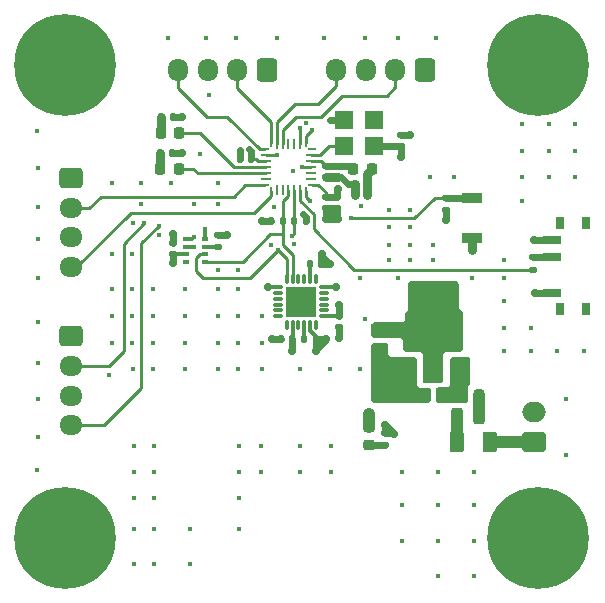
<source format=gbr>
%TF.GenerationSoftware,KiCad,Pcbnew,(6.0.7)*%
%TF.CreationDate,2023-04-20T13:52:41+01:00*%
%TF.ProjectId,BaroAxel_Brain,4261726f-4178-4656-9c5f-427261696e2e,1.0*%
%TF.SameCoordinates,Original*%
%TF.FileFunction,Copper,L1,Top*%
%TF.FilePolarity,Positive*%
%FSLAX46Y46*%
G04 Gerber Fmt 4.6, Leading zero omitted, Abs format (unit mm)*
G04 Created by KiCad (PCBNEW (6.0.7)) date 2023-04-20 13:52:41*
%MOMM*%
%LPD*%
G01*
G04 APERTURE LIST*
G04 Aperture macros list*
%AMRoundRect*
0 Rectangle with rounded corners*
0 $1 Rounding radius*
0 $2 $3 $4 $5 $6 $7 $8 $9 X,Y pos of 4 corners*
0 Add a 4 corners polygon primitive as box body*
4,1,4,$2,$3,$4,$5,$6,$7,$8,$9,$2,$3,0*
0 Add four circle primitives for the rounded corners*
1,1,$1+$1,$2,$3*
1,1,$1+$1,$4,$5*
1,1,$1+$1,$6,$7*
1,1,$1+$1,$8,$9*
0 Add four rect primitives between the rounded corners*
20,1,$1+$1,$2,$3,$4,$5,0*
20,1,$1+$1,$4,$5,$6,$7,0*
20,1,$1+$1,$6,$7,$8,$9,0*
20,1,$1+$1,$8,$9,$2,$3,0*%
%AMOutline4P*
0 Free polygon, 4 corners , with rotation*
0 The origin of the aperture is its center*
0 number of corners: always 4*
0 $1 to $8 corner X, Y*
0 $9 Rotation angle, in degrees counterclockwise*
0 create outline with 4 corners*
4,1,4,$1,$2,$3,$4,$5,$6,$7,$8,$1,$2,$9*%
%AMFreePoly0*
4,1,14,0.230680,0.111820,0.364320,-0.021821,0.377500,-0.053642,0.377500,-0.080000,0.364320,-0.111820,0.332500,-0.125000,-0.332500,-0.125000,-0.364320,-0.111820,-0.377500,-0.080000,-0.377500,0.080000,-0.364320,0.111820,-0.332500,0.125000,0.198860,0.125000,0.230680,0.111820,0.230680,0.111820,$1*%
%AMFreePoly1*
4,1,14,0.364320,0.111820,0.377500,0.080000,0.377501,0.053640,0.364318,0.021819,0.230680,-0.111820,0.198860,-0.125000,-0.332500,-0.125000,-0.364320,-0.111820,-0.377500,-0.080000,-0.377500,0.080000,-0.364320,0.111820,-0.332500,0.125000,0.332500,0.125000,0.364320,0.111820,0.364320,0.111820,$1*%
%AMFreePoly2*
4,1,15,0.053642,0.377500,0.080000,0.377500,0.111820,0.364320,0.125000,0.332500,0.125000,-0.332500,0.111820,-0.364320,0.080000,-0.377500,-0.080000,-0.377500,-0.111820,-0.364320,-0.125000,-0.332500,-0.125000,0.198860,-0.111820,0.230680,0.021820,0.364320,0.053640,0.377501,0.053642,0.377500,0.053642,0.377500,$1*%
%AMFreePoly3*
4,1,14,-0.021820,0.364320,0.111820,0.230679,0.125000,0.198858,0.125000,-0.332500,0.111820,-0.364320,0.080000,-0.377500,-0.080000,-0.377500,-0.111820,-0.364320,-0.125000,-0.332500,-0.125000,0.332500,-0.111820,0.364320,-0.080000,0.377500,-0.053640,0.377500,-0.021820,0.364320,-0.021820,0.364320,$1*%
%AMFreePoly4*
4,1,14,0.364320,0.111820,0.377500,0.080000,0.377500,-0.080000,0.364320,-0.111820,0.332500,-0.125000,-0.198860,-0.125001,-0.230681,-0.111818,-0.364320,0.021820,-0.377500,0.053640,-0.377500,0.080000,-0.364320,0.111820,-0.332500,0.125000,0.332500,0.125000,0.364320,0.111820,0.364320,0.111820,$1*%
%AMFreePoly5*
4,1,15,-0.198858,0.125000,0.332500,0.125000,0.364320,0.111820,0.377500,0.080000,0.377500,-0.080000,0.364320,-0.111820,0.332500,-0.125000,-0.332500,-0.125000,-0.364320,-0.111820,-0.377500,-0.080000,-0.377500,-0.053640,-0.364320,-0.021820,-0.230680,0.111820,-0.198860,0.125001,-0.198858,0.125000,-0.198858,0.125000,$1*%
%AMFreePoly6*
4,1,14,0.111820,0.364320,0.125000,0.332500,0.125001,-0.198860,0.111818,-0.230681,-0.021820,-0.364320,-0.053640,-0.377500,-0.080000,-0.377500,-0.111820,-0.364320,-0.125000,-0.332500,-0.125000,0.332500,-0.111820,0.364320,-0.080000,0.377500,0.080000,0.377500,0.111820,0.364320,0.111820,0.364320,$1*%
%AMFreePoly7*
4,1,14,0.111820,0.364320,0.125000,0.332500,0.125000,-0.332500,0.111820,-0.364320,0.080000,-0.377500,0.053640,-0.377501,0.021819,-0.364318,-0.111820,-0.230680,-0.125000,-0.198860,-0.125000,0.332500,-0.111820,0.364320,-0.080000,0.377500,0.080000,0.377500,0.111820,0.364320,0.111820,0.364320,$1*%
G04 Aperture macros list end*
%TA.AperFunction,ComponentPad*%
%ADD10RoundRect,0.250000X-0.725000X0.600000X-0.725000X-0.600000X0.725000X-0.600000X0.725000X0.600000X0*%
%TD*%
%TA.AperFunction,ComponentPad*%
%ADD11O,1.950000X1.700000*%
%TD*%
%TA.AperFunction,SMDPad,CuDef*%
%ADD12RoundRect,0.135000X0.135000X0.185000X-0.135000X0.185000X-0.135000X-0.185000X0.135000X-0.185000X0*%
%TD*%
%TA.AperFunction,SMDPad,CuDef*%
%ADD13FreePoly0,180.000000*%
%TD*%
%TA.AperFunction,SMDPad,CuDef*%
%ADD14RoundRect,0.062500X0.375000X0.062500X-0.375000X0.062500X-0.375000X-0.062500X0.375000X-0.062500X0*%
%TD*%
%TA.AperFunction,SMDPad,CuDef*%
%ADD15FreePoly1,180.000000*%
%TD*%
%TA.AperFunction,SMDPad,CuDef*%
%ADD16FreePoly2,180.000000*%
%TD*%
%TA.AperFunction,SMDPad,CuDef*%
%ADD17RoundRect,0.062500X0.062500X0.375000X-0.062500X0.375000X-0.062500X-0.375000X0.062500X-0.375000X0*%
%TD*%
%TA.AperFunction,SMDPad,CuDef*%
%ADD18FreePoly3,180.000000*%
%TD*%
%TA.AperFunction,SMDPad,CuDef*%
%ADD19FreePoly4,180.000000*%
%TD*%
%TA.AperFunction,SMDPad,CuDef*%
%ADD20FreePoly5,180.000000*%
%TD*%
%TA.AperFunction,SMDPad,CuDef*%
%ADD21FreePoly6,180.000000*%
%TD*%
%TA.AperFunction,SMDPad,CuDef*%
%ADD22FreePoly7,180.000000*%
%TD*%
%TA.AperFunction,SMDPad,CuDef*%
%ADD23RoundRect,0.140000X-0.140000X-0.170000X0.140000X-0.170000X0.140000X0.170000X-0.140000X0.170000X0*%
%TD*%
%TA.AperFunction,SMDPad,CuDef*%
%ADD24RoundRect,0.135000X-0.185000X0.135000X-0.185000X-0.135000X0.185000X-0.135000X0.185000X0.135000X0*%
%TD*%
%TA.AperFunction,SMDPad,CuDef*%
%ADD25R,0.500000X0.350000*%
%TD*%
%TA.AperFunction,SMDPad,CuDef*%
%ADD26RoundRect,0.140000X0.140000X0.170000X-0.140000X0.170000X-0.140000X-0.170000X0.140000X-0.170000X0*%
%TD*%
%TA.AperFunction,SMDPad,CuDef*%
%ADD27RoundRect,0.250000X-0.375000X-0.625000X0.375000X-0.625000X0.375000X0.625000X-0.375000X0.625000X0*%
%TD*%
%TA.AperFunction,SMDPad,CuDef*%
%ADD28RoundRect,0.075000X-0.350000X-0.075000X0.350000X-0.075000X0.350000X0.075000X-0.350000X0.075000X0*%
%TD*%
%TA.AperFunction,SMDPad,CuDef*%
%ADD29Outline4P,-1.250000X-1.250000X1.250000X-1.250000X1.250000X1.250000X-1.250000X1.250000X0.000000*%
%TD*%
%TA.AperFunction,SMDPad,CuDef*%
%ADD30RoundRect,0.075000X0.075000X-0.350000X0.075000X0.350000X-0.075000X0.350000X-0.075000X-0.350000X0*%
%TD*%
%TA.AperFunction,SMDPad,CuDef*%
%ADD31R,1.700000X0.900000*%
%TD*%
%TA.AperFunction,ComponentPad*%
%ADD32RoundRect,0.250000X0.600000X0.725000X-0.600000X0.725000X-0.600000X-0.725000X0.600000X-0.725000X0*%
%TD*%
%TA.AperFunction,ComponentPad*%
%ADD33O,1.700000X1.950000*%
%TD*%
%TA.AperFunction,SMDPad,CuDef*%
%ADD34R,1.600000X1.500000*%
%TD*%
%TA.AperFunction,SMDPad,CuDef*%
%ADD35RoundRect,0.140000X0.170000X-0.140000X0.170000X0.140000X-0.170000X0.140000X-0.170000X-0.140000X0*%
%TD*%
%TA.AperFunction,SMDPad,CuDef*%
%ADD36RoundRect,0.135000X0.185000X-0.135000X0.185000X0.135000X-0.185000X0.135000X-0.185000X-0.135000X0*%
%TD*%
%TA.AperFunction,ComponentPad*%
%ADD37C,0.900000*%
%TD*%
%TA.AperFunction,ComponentPad*%
%ADD38C,8.600000*%
%TD*%
%TA.AperFunction,SMDPad,CuDef*%
%ADD39RoundRect,0.218750X-0.218750X-0.256250X0.218750X-0.256250X0.218750X0.256250X-0.218750X0.256250X0*%
%TD*%
%TA.AperFunction,SMDPad,CuDef*%
%ADD40RoundRect,0.225000X0.225000X0.250000X-0.225000X0.250000X-0.225000X-0.250000X0.225000X-0.250000X0*%
%TD*%
%TA.AperFunction,SMDPad,CuDef*%
%ADD41RoundRect,0.140000X-0.170000X0.140000X-0.170000X-0.140000X0.170000X-0.140000X0.170000X0.140000X0*%
%TD*%
%TA.AperFunction,SMDPad,CuDef*%
%ADD42R,0.800000X1.000000*%
%TD*%
%TA.AperFunction,SMDPad,CuDef*%
%ADD43R,1.500000X0.700000*%
%TD*%
%TA.AperFunction,SMDPad,CuDef*%
%ADD44RoundRect,0.225000X-0.250000X0.225000X-0.250000X-0.225000X0.250000X-0.225000X0.250000X0.225000X0*%
%TD*%
%TA.AperFunction,ComponentPad*%
%ADD45RoundRect,0.250000X0.750000X-0.600000X0.750000X0.600000X-0.750000X0.600000X-0.750000X-0.600000X0*%
%TD*%
%TA.AperFunction,ComponentPad*%
%ADD46O,2.000000X1.700000*%
%TD*%
%TA.AperFunction,SMDPad,CuDef*%
%ADD47RoundRect,0.135000X-0.135000X-0.185000X0.135000X-0.185000X0.135000X0.185000X-0.135000X0.185000X0*%
%TD*%
%TA.AperFunction,SMDPad,CuDef*%
%ADD48RoundRect,0.218750X0.218750X0.256250X-0.218750X0.256250X-0.218750X-0.256250X0.218750X-0.256250X0*%
%TD*%
%TA.AperFunction,SMDPad,CuDef*%
%ADD49RoundRect,0.218750X0.256250X-0.218750X0.256250X0.218750X-0.256250X0.218750X-0.256250X-0.218750X0*%
%TD*%
%TA.AperFunction,SMDPad,CuDef*%
%ADD50RoundRect,0.243750X-0.243750X-0.456250X0.243750X-0.456250X0.243750X0.456250X-0.243750X0.456250X0*%
%TD*%
%TA.AperFunction,SMDPad,CuDef*%
%ADD51R,1.500000X2.000000*%
%TD*%
%TA.AperFunction,SMDPad,CuDef*%
%ADD52R,3.800000X2.000000*%
%TD*%
%TA.AperFunction,ViaPad*%
%ADD53C,0.450000*%
%TD*%
%TA.AperFunction,ViaPad*%
%ADD54C,0.700000*%
%TD*%
%TA.AperFunction,Conductor*%
%ADD55C,0.560000*%
%TD*%
%TA.AperFunction,Conductor*%
%ADD56C,0.300000*%
%TD*%
%TA.AperFunction,Conductor*%
%ADD57C,0.800000*%
%TD*%
%TA.AperFunction,Conductor*%
%ADD58C,0.350000*%
%TD*%
%TA.AperFunction,Conductor*%
%ADD59C,0.250000*%
%TD*%
%TA.AperFunction,Conductor*%
%ADD60C,1.000000*%
%TD*%
G04 APERTURE END LIST*
D10*
%TO.P,J102,1,Pin_1*%
%TO.N,+3.3V*%
X128270000Y-106280000D03*
D11*
%TO.P,J102,2,Pin_2*%
%TO.N,/Microcontroller/SWDIO*%
X128270000Y-108780000D03*
%TO.P,J102,3,Pin_3*%
%TO.N,GND*%
X128270000Y-111280000D03*
%TO.P,J102,4,Pin_4*%
%TO.N,/Microcontroller/SWDCLK*%
X128270000Y-113780000D03*
%TD*%
D12*
%TO.P,R204,1*%
%TO.N,GND*%
X136890000Y-104130000D03*
%TO.P,R204,2*%
%TO.N,Net-(D202-Pad1)*%
X135870000Y-104130000D03*
%TD*%
D13*
%TO.P,U201,1,VDD*%
%TO.N,+3.3V*%
X148717500Y-106830000D03*
D14*
%TO.P,U201,2,PC14*%
%TO.N,unconnected-(U201-Pad2)*%
X148657500Y-106330000D03*
%TO.P,U201,3,PC15*%
%TO.N,unconnected-(U201-Pad3)*%
X148657500Y-105830000D03*
%TO.P,U201,4,NRST*%
%TO.N,/Microcontroller/NRST*%
X148657500Y-105330000D03*
%TO.P,U201,5,VDDA*%
%TO.N,+3.3VA*%
X148657500Y-104830000D03*
%TO.P,U201,6,PA0*%
%TO.N,/Microcontroller/OSC_IN*%
X148657500Y-104330000D03*
D15*
%TO.P,U201,7,PA1*%
%TO.N,unconnected-(U201-Pad7)*%
X148717500Y-103830000D03*
D16*
%TO.P,U201,8,PA2*%
%TO.N,/Microcontroller/UART2_TX*%
X148220000Y-103332500D03*
D17*
%TO.P,U201,9,PA3*%
%TO.N,/Microcontroller/UART2_RX*%
X147720000Y-103392500D03*
%TO.P,U201,10,PA4*%
%TO.N,unconnected-(U201-Pad10)*%
X147220000Y-103392500D03*
%TO.P,U201,11,PA5*%
%TO.N,unconnected-(U201-Pad11)*%
X146720000Y-103392500D03*
%TO.P,U201,12,PA6*%
%TO.N,/Microcontroller/PWM1*%
X146220000Y-103392500D03*
%TO.P,U201,13,PA7*%
%TO.N,/Microcontroller/PWM2*%
X145720000Y-103392500D03*
D18*
%TO.P,U201,14,PB0*%
%TO.N,/Microcontroller/ADC1*%
X145220000Y-103332500D03*
D19*
%TO.P,U201,15,PB1*%
%TO.N,/Microcontroller/ADC2*%
X144722500Y-103830000D03*
D14*
%TO.P,U201,16,VSS*%
%TO.N,GND*%
X144782500Y-104330000D03*
%TO.P,U201,17,VDD*%
%TO.N,+3.3V*%
X144782500Y-104830000D03*
%TO.P,U201,18,PA8*%
%TO.N,/Microcontroller/USR_LED1*%
X144782500Y-105330000D03*
%TO.P,U201,19,PA9*%
%TO.N,/Microcontroller/USR_LED2*%
X144782500Y-105830000D03*
%TO.P,U201,20,PA10*%
%TO.N,unconnected-(U201-Pad20)*%
X144782500Y-106330000D03*
D20*
%TO.P,U201,21,PA13*%
%TO.N,/Microcontroller/SWDIO*%
X144722500Y-106830000D03*
D21*
%TO.P,U201,22,PA14*%
%TO.N,/Microcontroller/SWDCLK*%
X145220000Y-107327500D03*
D17*
%TO.P,U201,23,PA15*%
%TO.N,unconnected-(U201-Pad23)*%
X145720000Y-107267500D03*
%TO.P,U201,24,PB3*%
%TO.N,unconnected-(U201-Pad24)*%
X146220000Y-107267500D03*
%TO.P,U201,25,PB6*%
%TO.N,/Microcontroller/I2C1_SCL*%
X146720000Y-107267500D03*
%TO.P,U201,26,PB7*%
%TO.N,/Microcontroller/I2C1_SDA*%
X147220000Y-107267500D03*
%TO.P,U201,27,BOOT0*%
%TO.N,/Microcontroller/BOOT0*%
X147720000Y-107267500D03*
D22*
%TO.P,U201,28,VSS*%
%TO.N,GND*%
X148220000Y-107327500D03*
%TD*%
D23*
%TO.P,C305,1*%
%TO.N,Net-(C305-Pad1)*%
X148540000Y-113530000D03*
%TO.P,C305,2*%
%TO.N,GND*%
X149500000Y-113530000D03*
%TD*%
D24*
%TO.P,R202,1*%
%TO.N,Net-(R202-Pad1)*%
X167410000Y-112990000D03*
%TO.P,R202,2*%
%TO.N,/Microcontroller/BOOT0*%
X167410000Y-114010000D03*
%TD*%
D25*
%TO.P,U301,1,GND*%
%TO.N,GND*%
X139680000Y-111415000D03*
%TO.P,U301,2,CSB*%
%TO.N,Net-(R301-Pad2)*%
X139680000Y-112065000D03*
%TO.P,U301,3,SDI*%
%TO.N,/Microcontroller/I2C1_SDA*%
X139680000Y-112715000D03*
%TO.P,U301,4,SCK*%
%TO.N,/Microcontroller/I2C1_SCL*%
X139680000Y-113365000D03*
%TO.P,U301,5,SDO*%
%TO.N,unconnected-(U301-Pad5)*%
X138080000Y-113365000D03*
%TO.P,U301,6,VDDIO*%
%TO.N,+3.3V*%
X138080000Y-112715000D03*
%TO.P,U301,7,GND*%
%TO.N,GND*%
X138080000Y-112065000D03*
%TO.P,U301,8,VDD*%
%TO.N,+3.3V*%
X138080000Y-111415000D03*
%TD*%
D12*
%TO.P,R205,1*%
%TO.N,/Microcontroller/I2C1_SCL*%
X146290000Y-109930000D03*
%TO.P,R205,2*%
%TO.N,+3.3V*%
X145270000Y-109930000D03*
%TD*%
D26*
%TO.P,C301,1*%
%TO.N,+3.3V*%
X147060000Y-119930000D03*
%TO.P,C301,2*%
%TO.N,GND*%
X146100000Y-119930000D03*
%TD*%
D27*
%TO.P,D101,1,K*%
%TO.N,Net-(D101-Pad1)*%
X160950000Y-128580000D03*
%TO.P,D101,2,A*%
%TO.N,+5V*%
X163750000Y-128580000D03*
%TD*%
D12*
%TO.P,R203,1*%
%TO.N,GND*%
X136920000Y-101070000D03*
%TO.P,R203,2*%
%TO.N,Net-(D201-Pad1)*%
X135900000Y-101070000D03*
%TD*%
D24*
%TO.P,R201,1*%
%TO.N,/Microcontroller/NRST*%
X160030000Y-107940000D03*
%TO.P,R201,2*%
%TO.N,+3.3V*%
X160030000Y-108960000D03*
%TD*%
D23*
%TO.P,C304,1*%
%TO.N,Net-(C304-Pad1)*%
X148070000Y-119930000D03*
%TO.P,C304,2*%
%TO.N,GND*%
X149030000Y-119930000D03*
%TD*%
D28*
%TO.P,U302,1,CLKIN*%
%TO.N,GND*%
X145870000Y-115480000D03*
D29*
X147820000Y-116730000D03*
D28*
%TO.P,U302,2,NC*%
%TO.N,unconnected-(U302-Pad2)*%
X145870000Y-115980000D03*
%TO.P,U302,3,NC*%
%TO.N,unconnected-(U302-Pad3)*%
X145870000Y-116480000D03*
%TO.P,U302,4,NC*%
%TO.N,unconnected-(U302-Pad4)*%
X145870000Y-116980000D03*
%TO.P,U302,5,NC*%
%TO.N,unconnected-(U302-Pad5)*%
X145870000Y-117480000D03*
%TO.P,U302,6,AUX_SDA*%
%TO.N,unconnected-(U302-Pad6)*%
X145870000Y-117980000D03*
D30*
%TO.P,U302,7,AUX_SCL*%
%TO.N,unconnected-(U302-Pad7)*%
X146570000Y-118680000D03*
%TO.P,U302,8,VDDIO*%
%TO.N,+3.3V*%
X147070000Y-118680000D03*
%TO.P,U302,9,AD0*%
%TO.N,unconnected-(U302-Pad9)*%
X147570000Y-118680000D03*
%TO.P,U302,10,REGOUT*%
%TO.N,Net-(C304-Pad1)*%
X148070000Y-118680000D03*
%TO.P,U302,11,FSYNC*%
%TO.N,GND*%
X148570000Y-118680000D03*
%TO.P,U302,12,INT*%
%TO.N,unconnected-(U302-Pad12)*%
X149070000Y-118680000D03*
D28*
%TO.P,U302,13,VDD*%
%TO.N,+3.3V*%
X149770000Y-117980000D03*
%TO.P,U302,14,NC*%
%TO.N,unconnected-(U302-Pad14)*%
X149770000Y-117480000D03*
%TO.P,U302,15,NC*%
%TO.N,unconnected-(U302-Pad15)*%
X149770000Y-116980000D03*
%TO.P,U302,16,NC*%
%TO.N,unconnected-(U302-Pad16)*%
X149770000Y-116480000D03*
%TO.P,U302,17,NC*%
%TO.N,unconnected-(U302-Pad17)*%
X149770000Y-115980000D03*
%TO.P,U302,18,GND*%
%TO.N,GND*%
X149770000Y-115480000D03*
D30*
%TO.P,U302,19,NC*%
%TO.N,unconnected-(U302-Pad19)*%
X149070000Y-114780000D03*
%TO.P,U302,20,CPOUT*%
%TO.N,Net-(C305-Pad1)*%
X148570000Y-114780000D03*
%TO.P,U302,21,NC*%
%TO.N,unconnected-(U302-Pad21)*%
X148070000Y-114780000D03*
%TO.P,U302,22,NC*%
%TO.N,unconnected-(U302-Pad22)*%
X147570000Y-114780000D03*
%TO.P,U302,23,SCL*%
%TO.N,/Microcontroller/I2C1_SCL*%
X147070000Y-114780000D03*
%TO.P,U302,24,SDA*%
%TO.N,/Microcontroller/I2C1_SDA*%
X146570000Y-114780000D03*
%TD*%
D31*
%TO.P,SW201,1,1*%
%TO.N,/Microcontroller/NRST*%
X162260000Y-107940000D03*
%TO.P,SW201,2,2*%
%TO.N,GND*%
X162260000Y-111340000D03*
%TD*%
D32*
%TO.P,J103,1,Pin_1*%
%TO.N,+3.3V*%
X144870000Y-97080000D03*
D33*
%TO.P,J103,2,Pin_2*%
%TO.N,/Microcontroller/ADC1*%
X142370000Y-97080000D03*
%TO.P,J103,3,Pin_3*%
%TO.N,GND*%
X139870000Y-97080000D03*
%TO.P,J103,4,Pin_4*%
%TO.N,/Microcontroller/ADC2*%
X137370000Y-97080000D03*
%TD*%
D34*
%TO.P,X201,1,~{ST}*%
%TO.N,unconnected-(X201-Pad1)*%
X153990000Y-101370000D03*
%TO.P,X201,2,GND*%
%TO.N,GND*%
X151450000Y-101370000D03*
%TO.P,X201,3,OUT*%
%TO.N,/Microcontroller/OSC_IN*%
X151450000Y-103570000D03*
%TO.P,X201,4,VCC*%
%TO.N,+3.3V*%
X153990000Y-103570000D03*
%TD*%
D32*
%TO.P,J104,1,Pin_1*%
%TO.N,+3.3V*%
X158270000Y-97080000D03*
D33*
%TO.P,J104,2,Pin_2*%
%TO.N,/Microcontroller/PWM1*%
X155770000Y-97080000D03*
%TO.P,J104,3,Pin_3*%
%TO.N,GND*%
X153270000Y-97080000D03*
%TO.P,J104,4,Pin_4*%
%TO.N,/Microcontroller/PWM2*%
X150770000Y-97080000D03*
%TD*%
D35*
%TO.P,C303,1*%
%TO.N,+3.3V*%
X136980000Y-112710000D03*
%TO.P,C303,2*%
%TO.N,GND*%
X136980000Y-111750000D03*
%TD*%
D24*
%TO.P,R301,1*%
%TO.N,+3.3V*%
X140790000Y-111050000D03*
%TO.P,R301,2*%
%TO.N,Net-(R301-Pad2)*%
X140790000Y-112070000D03*
%TD*%
D36*
%TO.P,R101,1*%
%TO.N,Net-(D102-Pad1)*%
X154890000Y-128910000D03*
%TO.P,R101,2*%
%TO.N,GND*%
X154890000Y-127890000D03*
%TD*%
D37*
%TO.P,H103,1,1*%
%TO.N,GND*%
X167820000Y-139955000D03*
X165539581Y-139010419D03*
X171045000Y-136730000D03*
X167820000Y-133505000D03*
X170100419Y-139010419D03*
X164595000Y-136730000D03*
D38*
X167820000Y-136730000D03*
D37*
X170100419Y-134449581D03*
X165539581Y-134449581D03*
%TD*%
D39*
%TO.P,D202,1,K*%
%TO.N,Net-(D202-Pad1)*%
X135872500Y-105460000D03*
%TO.P,D202,2,A*%
%TO.N,/Microcontroller/USR_LED2*%
X137447500Y-105460000D03*
%TD*%
D40*
%TO.P,C101,1*%
%TO.N,/Power Supply & Connectors/AMS_IN*%
X159755000Y-124620000D03*
%TO.P,C101,2*%
%TO.N,GND*%
X158205000Y-124620000D03*
%TD*%
D37*
%TO.P,H102,1,1*%
%TO.N,GND*%
X164595000Y-96730000D03*
X171045000Y-96730000D03*
X167820000Y-99955000D03*
X170100419Y-94449581D03*
X170100419Y-99010419D03*
D38*
X167820000Y-96730000D03*
D37*
X165539581Y-99010419D03*
X167820000Y-93505000D03*
X165539581Y-94449581D03*
%TD*%
D39*
%TO.P,D201,1,K*%
%TO.N,Net-(D201-Pad1)*%
X135892500Y-102410000D03*
%TO.P,D201,2,A*%
%TO.N,/Microcontroller/USR_LED1*%
X137467500Y-102410000D03*
%TD*%
D41*
%TO.P,C201,1*%
%TO.N,+3.3V*%
X150870000Y-107850000D03*
%TO.P,C201,2*%
%TO.N,GND*%
X150870000Y-108810000D03*
%TD*%
D42*
%TO.P,SW202,*%
%TO.N,*%
X169710000Y-110080000D03*
X169710000Y-117380000D03*
X171920000Y-117380000D03*
X171920000Y-110080000D03*
D43*
%TO.P,SW202,1,A*%
%TO.N,GND*%
X169060000Y-115980000D03*
%TO.P,SW202,2,B*%
%TO.N,Net-(R202-Pad1)*%
X169060000Y-112980000D03*
%TO.P,SW202,3,C*%
%TO.N,+3.3V*%
X169060000Y-111480000D03*
%TD*%
D44*
%TO.P,C102,1*%
%TO.N,+3.3V*%
X154530000Y-119205000D03*
%TO.P,C102,2*%
%TO.N,GND*%
X154530000Y-120755000D03*
%TD*%
D45*
%TO.P,J101,1,Pin_1*%
%TO.N,+5V*%
X167470000Y-128580000D03*
D46*
%TO.P,J101,2,Pin_2*%
%TO.N,GND*%
X167470000Y-126080000D03*
%TD*%
D47*
%TO.P,R206,1*%
%TO.N,/Microcontroller/I2C1_SDA*%
X147220000Y-109930000D03*
%TO.P,R206,2*%
%TO.N,+3.3V*%
X148240000Y-109930000D03*
%TD*%
D35*
%TO.P,C207,1*%
%TO.N,+3.3V*%
X156220000Y-103580000D03*
%TO.P,C207,2*%
%TO.N,GND*%
X156220000Y-102620000D03*
%TD*%
D26*
%TO.P,C203,1*%
%TO.N,+3.3V*%
X143590000Y-104630000D03*
%TO.P,C203,2*%
%TO.N,GND*%
X142630000Y-104630000D03*
%TD*%
D41*
%TO.P,C202,1*%
%TO.N,+3.3V*%
X149870000Y-107850000D03*
%TO.P,C202,2*%
%TO.N,GND*%
X149870000Y-108810000D03*
%TD*%
D48*
%TO.P,FB201,1*%
%TO.N,+3.3V*%
X153757500Y-105520000D03*
%TO.P,FB201,2*%
%TO.N,+3.3VA*%
X152182500Y-105520000D03*
%TD*%
D37*
%TO.P,H101,1,1*%
%TO.N,GND*%
X124595000Y-96730000D03*
X130100419Y-94449581D03*
X131045000Y-96730000D03*
D38*
X127820000Y-96730000D03*
D37*
X125539581Y-99010419D03*
X127820000Y-99955000D03*
X125539581Y-94449581D03*
X127820000Y-93505000D03*
X130100419Y-99010419D03*
%TD*%
D49*
%TO.P,D102,1,K*%
%TO.N,Net-(D102-Pad1)*%
X153530000Y-128907500D03*
%TO.P,D102,2,A*%
%TO.N,+3.3V*%
X153530000Y-127332500D03*
%TD*%
D41*
%TO.P,C302,1*%
%TO.N,+3.3V*%
X151020000Y-117950000D03*
%TO.P,C302,2*%
%TO.N,GND*%
X151020000Y-118910000D03*
%TD*%
D50*
%TO.P,F101,1*%
%TO.N,Net-(D101-Pad1)*%
X160952500Y-126380000D03*
%TO.P,F101,2*%
%TO.N,Net-(F101-Pad2)*%
X162827500Y-126380000D03*
%TD*%
D41*
%TO.P,C205,1*%
%TO.N,+3.3VA*%
X150920000Y-105240000D03*
%TO.P,C205,2*%
%TO.N,GND*%
X150920000Y-106200000D03*
%TD*%
D48*
%TO.P,FB101,1*%
%TO.N,Net-(F101-Pad2)*%
X162827500Y-124620000D03*
%TO.P,FB101,2*%
%TO.N,/Power Supply & Connectors/AMS_IN*%
X161252500Y-124620000D03*
%TD*%
D37*
%TO.P,H104,1,1*%
%TO.N,GND*%
X125539581Y-134449581D03*
X130100419Y-134449581D03*
X127820000Y-139955000D03*
D38*
X127820000Y-136730000D03*
D37*
X130100419Y-139010419D03*
X131045000Y-136730000D03*
X124595000Y-136730000D03*
X125539581Y-139010419D03*
X127820000Y-133505000D03*
%TD*%
D51*
%TO.P,U101,1,GND*%
%TO.N,GND*%
X156660000Y-122540000D03*
D52*
%TO.P,U101,2,VO*%
%TO.N,+3.3V*%
X158960000Y-116240000D03*
D51*
X158960000Y-122540000D03*
%TO.P,U101,3,VI*%
%TO.N,/Power Supply & Connectors/AMS_IN*%
X161260000Y-122540000D03*
%TD*%
D10*
%TO.P,J105,1,Pin_1*%
%TO.N,+3.3V*%
X128270000Y-119680000D03*
D11*
%TO.P,J105,2,Pin_2*%
%TO.N,/Microcontroller/UART2_RX*%
X128270000Y-122180000D03*
%TO.P,J105,3,Pin_3*%
%TO.N,GND*%
X128270000Y-124680000D03*
%TO.P,J105,4,Pin_4*%
%TO.N,/Microcontroller/UART2_TX*%
X128270000Y-127180000D03*
%TD*%
D41*
%TO.P,C206,1*%
%TO.N,+3.3VA*%
X149920000Y-105240000D03*
%TO.P,C206,2*%
%TO.N,GND*%
X149920000Y-106200000D03*
%TD*%
D26*
%TO.P,C204,1*%
%TO.N,+3.3V*%
X153350000Y-106770000D03*
%TO.P,C204,2*%
%TO.N,GND*%
X152390000Y-106770000D03*
%TD*%
D53*
%TO.N,GND*%
X166490000Y-101700000D03*
X135240000Y-122450000D03*
X125490000Y-124950000D03*
X142490000Y-120200000D03*
X137990000Y-120200000D03*
X131820000Y-120220000D03*
X131490000Y-122950000D03*
X142520000Y-131170000D03*
X135240000Y-120200000D03*
X148620000Y-115930000D03*
X137990000Y-115700000D03*
D54*
X150730000Y-115460000D03*
D53*
X164990000Y-118950000D03*
X162420000Y-131170000D03*
X144480000Y-122440000D03*
D54*
X150920000Y-109720000D03*
D53*
X168740000Y-106200000D03*
X133490000Y-112700000D03*
X155240000Y-110450000D03*
D54*
X145320000Y-119930000D03*
X151020000Y-119830000D03*
D53*
X162420000Y-139970000D03*
X156320000Y-136970000D03*
X159420000Y-133970000D03*
X138420000Y-135970000D03*
X147720000Y-131170000D03*
X147720000Y-128970000D03*
D54*
X150220000Y-113530000D03*
D53*
X152740000Y-114700000D03*
X156320000Y-133970000D03*
X142460000Y-114040000D03*
D54*
X162260000Y-112370000D03*
X149884500Y-109740000D03*
D53*
X156990000Y-111950000D03*
X147820000Y-117530000D03*
X169490000Y-120950000D03*
X156990000Y-110450000D03*
X137990000Y-122450000D03*
D54*
X149020000Y-120880000D03*
D53*
X155240000Y-108950000D03*
X135320000Y-131170000D03*
X133620000Y-128970000D03*
D54*
X155700000Y-127900000D03*
D53*
X150320000Y-128970000D03*
X140740000Y-120200000D03*
D54*
X154390000Y-124600000D03*
D53*
X150240000Y-122450000D03*
D54*
X152370000Y-107670000D03*
D53*
X170990000Y-106200000D03*
X125490000Y-108700000D03*
D54*
X167600000Y-115980000D03*
D53*
X145710000Y-104330000D03*
D54*
X154390000Y-123300000D03*
D53*
X147020000Y-117530000D03*
X159420000Y-139970000D03*
X155990000Y-94450000D03*
X158990000Y-111950000D03*
X135320000Y-135970000D03*
X145740000Y-94450000D03*
D54*
X137680000Y-104110000D03*
D53*
X168740000Y-103950000D03*
X139990000Y-99200000D03*
X155240000Y-113200000D03*
X135320000Y-138970000D03*
X162420000Y-133970000D03*
X133489012Y-115698024D03*
X156990000Y-108950000D03*
X131820000Y-117970000D03*
X135790000Y-111060000D03*
X152740000Y-122450000D03*
X166490000Y-106200000D03*
X142490000Y-117950000D03*
X148620000Y-116730000D03*
X139680000Y-110590000D03*
X160740000Y-106200000D03*
X125450000Y-130950000D03*
X135240000Y-115700000D03*
X142490000Y-115700000D03*
X133620000Y-138970000D03*
X140740000Y-106700000D03*
X148620000Y-117530000D03*
X144420000Y-128970000D03*
X159420000Y-136970000D03*
D54*
X144970000Y-115480000D03*
X155690000Y-124600000D03*
D53*
X133620000Y-131170000D03*
X125490000Y-105450000D03*
X170990000Y-101700000D03*
X136490000Y-94450000D03*
X147020000Y-116730000D03*
X133490000Y-120220000D03*
X147020000Y-115930000D03*
X125490000Y-121950000D03*
X170240000Y-124950000D03*
D54*
X157020000Y-102620000D03*
D53*
X136740000Y-106700000D03*
X156990000Y-113200000D03*
X142490000Y-122450000D03*
D54*
X154890000Y-127150000D03*
D53*
X142520000Y-128970000D03*
X140740000Y-108450000D03*
X138740000Y-108450000D03*
X162240000Y-114700000D03*
X131740000Y-112700000D03*
X142520000Y-133370000D03*
X152870000Y-108620000D03*
X147740000Y-122450000D03*
X144490000Y-120210000D03*
X158728145Y-106190332D03*
X164990000Y-116700000D03*
X142240000Y-94450000D03*
X139240000Y-104200000D03*
D54*
X149920000Y-119930000D03*
D53*
X164990000Y-114700000D03*
X139740000Y-94450000D03*
X133490000Y-117970000D03*
X149740000Y-94450000D03*
X131740000Y-106700000D03*
D54*
X154390000Y-122100000D03*
D53*
X167240000Y-118950000D03*
X137990000Y-117950000D03*
X125490000Y-118450000D03*
X125450000Y-102250000D03*
X159420000Y-131170000D03*
X158990000Y-113200000D03*
X147120000Y-105670000D03*
X164990000Y-113200000D03*
X150320000Y-131170000D03*
X170990000Y-103950000D03*
X125490000Y-114700000D03*
D54*
X156990000Y-124600000D03*
D53*
X125490000Y-128200000D03*
X153233862Y-94445949D03*
D54*
X136980000Y-110970000D03*
D53*
X135320000Y-133370000D03*
X156320000Y-131170000D03*
X144490000Y-117950000D03*
X170240000Y-129700000D03*
X167240000Y-120950000D03*
X155240000Y-111950000D03*
X134240000Y-108450000D03*
X133560000Y-110040000D03*
X125490000Y-111450000D03*
X153240000Y-118200000D03*
X171740000Y-120950000D03*
X147820000Y-116730000D03*
X138420000Y-138970000D03*
X164990000Y-120950000D03*
X133620000Y-133370000D03*
X140740000Y-115700000D03*
X138700000Y-112070000D03*
X131740000Y-115700000D03*
X168740000Y-101700000D03*
X155990000Y-114700000D03*
X145240000Y-111930000D03*
D54*
X137670000Y-101070000D03*
D53*
X151570000Y-106570000D03*
X140740000Y-122450000D03*
X144420000Y-131170000D03*
X133520000Y-122470000D03*
X148520000Y-108170000D03*
X166490000Y-103950000D03*
X150220000Y-101370000D03*
X135240000Y-117950000D03*
X135320000Y-128970000D03*
X162420000Y-136970000D03*
D54*
X149520000Y-112730000D03*
D53*
X145540000Y-108700000D03*
X148220000Y-101630000D03*
X147820000Y-115930000D03*
X142630000Y-103920000D03*
X166490000Y-108200000D03*
X147160000Y-111890000D03*
X140740000Y-114050000D03*
X142520000Y-135970000D03*
X159240000Y-94450000D03*
X133620000Y-135970000D03*
X140740000Y-117950000D03*
X134240000Y-106700000D03*
D54*
%TO.N,+3.3V*%
X158890000Y-119000000D03*
X167540000Y-111480000D03*
X144520000Y-109930000D03*
X147010000Y-120920000D03*
X157090000Y-120000000D03*
D53*
X143390000Y-103800000D03*
D54*
X153370000Y-107670000D03*
X157090000Y-118000000D03*
X136980000Y-113430000D03*
D53*
X138730000Y-111260000D03*
D54*
X150880000Y-107164500D03*
X160790000Y-118000000D03*
D53*
X147920000Y-109270000D03*
D54*
X160790000Y-120000000D03*
X160030000Y-109820000D03*
X153540000Y-126210000D03*
X141550000Y-111050000D03*
X156220000Y-104470000D03*
X151010000Y-117000000D03*
D53*
%TO.N,/Microcontroller/UART2_RX*%
X147720000Y-102070000D03*
X134510000Y-110090000D03*
%TO.N,/Microcontroller/UART2_TX*%
X135720000Y-110300000D03*
X148730000Y-102160000D03*
%TO.N,/Microcontroller/NRST*%
X147870000Y-105330000D03*
X152000000Y-109680000D03*
%TO.N,/Microcontroller/I2C1_SDA*%
X146980000Y-111150000D03*
X145810000Y-112320000D03*
%TD*%
D55*
%TO.N,GND*%
X151020000Y-119530000D02*
X151020000Y-119830000D01*
X149020000Y-120880000D02*
X149020000Y-120830000D01*
X146100000Y-119930000D02*
X145320000Y-119930000D01*
D56*
X149770000Y-115480000D02*
X150710000Y-115480000D01*
D55*
X156220000Y-102620000D02*
X157020000Y-102620000D01*
X149500000Y-113530000D02*
X150220000Y-113530000D01*
X142630000Y-104630000D02*
X142630000Y-103920000D01*
D56*
X148570000Y-119206041D02*
X149030000Y-119666041D01*
D57*
X152349999Y-107649999D02*
X152349999Y-106770000D01*
D55*
X136980000Y-111750000D02*
X136980000Y-110970000D01*
D58*
X139680000Y-111415000D02*
X139680000Y-110590000D01*
D56*
X149030000Y-119666041D02*
X149030000Y-119930000D01*
D55*
X155690000Y-127890000D02*
X155700000Y-127900000D01*
X149030000Y-119930000D02*
X149920000Y-119930000D01*
X149020000Y-119940000D02*
X149030000Y-119930000D01*
X154950000Y-127150000D02*
X155700000Y-127900000D01*
X151200000Y-106200000D02*
X150920000Y-106200000D01*
X169060000Y-115980000D02*
X167600000Y-115980000D01*
X150870000Y-108810000D02*
X150814500Y-108810000D01*
X154890000Y-127890000D02*
X155690000Y-127890000D01*
X149500000Y-112750000D02*
X149520000Y-112730000D01*
X149020000Y-120830000D02*
X149920000Y-119930000D01*
X149904500Y-109720000D02*
X149884500Y-109740000D01*
X154890000Y-127150000D02*
X154950000Y-127150000D01*
X137660000Y-104130000D02*
X136890000Y-104130000D01*
X149500000Y-113530000D02*
X149500000Y-112750000D01*
X149020000Y-120880000D02*
X149020000Y-119940000D01*
X152390000Y-106770000D02*
X151770000Y-106770000D01*
D57*
X162260000Y-111340000D02*
X162260000Y-112370000D01*
D56*
X145870000Y-115480000D02*
X144970000Y-115480000D01*
X148570000Y-118680000D02*
X148570000Y-119206041D01*
D55*
X150870000Y-108810000D02*
X150870000Y-109670000D01*
X150220000Y-101370000D02*
X151450000Y-101370000D01*
X150870000Y-109670000D02*
X150920000Y-109720000D01*
X149520000Y-112730000D02*
X149520000Y-112830000D01*
X150920000Y-109720000D02*
X149904500Y-109720000D01*
X149884500Y-108824500D02*
X149870000Y-108810000D01*
X149870000Y-108810000D02*
X150870000Y-108810000D01*
D56*
X150710000Y-115480000D02*
X150730000Y-115460000D01*
D55*
X136920000Y-101070000D02*
X137670000Y-101070000D01*
D57*
X152370000Y-107670000D02*
X152349999Y-107649999D01*
D55*
X137680000Y-104110000D02*
X137660000Y-104130000D01*
D57*
X149920000Y-106200000D02*
X150920000Y-106200000D01*
D55*
X149884500Y-109740000D02*
X149884500Y-108824500D01*
X154890000Y-127890000D02*
X154890000Y-127150000D01*
X149520000Y-112830000D02*
X150220000Y-113530000D01*
D59*
X145710000Y-104330000D02*
X144782500Y-104330000D01*
D55*
X151770000Y-106770000D02*
X151200000Y-106200000D01*
D59*
X148520000Y-108170000D02*
X148220000Y-107870000D01*
D55*
X150814500Y-108810000D02*
X149884500Y-109740000D01*
D58*
X138080000Y-112065000D02*
X138695000Y-112065000D01*
D55*
X151020000Y-118910000D02*
X151020000Y-119530000D01*
D58*
X138695000Y-112065000D02*
X138700000Y-112070000D01*
D59*
X148220000Y-107870000D02*
X148220000Y-107327500D01*
D58*
%TO.N,+3.3V*%
X138080000Y-112715000D02*
X136985000Y-112715000D01*
D55*
X154000000Y-103580000D02*
X153990000Y-103570000D01*
X150870000Y-107850000D02*
X150870000Y-107174500D01*
X143580000Y-104620000D02*
X143590000Y-104630000D01*
X143580000Y-103990000D02*
X143580000Y-104620000D01*
D59*
X144782500Y-104830000D02*
X144180000Y-104830000D01*
D60*
X153530000Y-126220000D02*
X153540000Y-126210000D01*
D55*
X150870000Y-107174500D02*
X150880000Y-107164500D01*
X151010000Y-117940000D02*
X151020000Y-117950000D01*
X151010000Y-117000000D02*
X151010000Y-117940000D01*
X140790000Y-111050000D02*
X141550000Y-111050000D01*
X148230000Y-109920000D02*
X148240000Y-109930000D01*
D59*
X149870000Y-107480000D02*
X149870000Y-107850000D01*
D55*
X156220000Y-103580000D02*
X154000000Y-103580000D01*
D60*
X153530000Y-127332500D02*
X153530000Y-126220000D01*
D55*
X148230000Y-109580000D02*
X148230000Y-109920000D01*
D58*
X136985000Y-112715000D02*
X136980000Y-112710000D01*
D55*
X147920000Y-109270000D02*
X148230000Y-109580000D01*
D56*
X147070000Y-119920000D02*
X147060000Y-119930000D01*
X147070000Y-118680000D02*
X147070000Y-119920000D01*
D55*
X156220000Y-104470000D02*
X156220000Y-103580000D01*
D56*
X149770000Y-117980000D02*
X150990000Y-117980000D01*
D55*
X147060000Y-120870000D02*
X147060000Y-119930000D01*
D57*
X153370000Y-106790000D02*
X153350000Y-106770000D01*
D59*
X143980000Y-104630000D02*
X143590000Y-104630000D01*
D57*
X153350000Y-105927500D02*
X153757500Y-105520000D01*
D55*
X147010000Y-120920000D02*
X147060000Y-120870000D01*
X136980000Y-112710000D02*
X136980000Y-113430000D01*
D56*
X150990000Y-117980000D02*
X151020000Y-117950000D01*
D59*
X148717500Y-106830000D02*
X149220000Y-106830000D01*
D55*
X150870000Y-107850000D02*
X149870000Y-107850000D01*
X160030000Y-108960000D02*
X160030000Y-109820000D01*
D59*
X144180000Y-104830000D02*
X143980000Y-104630000D01*
X149220000Y-106830000D02*
X149870000Y-107480000D01*
D55*
X145270000Y-109930000D02*
X144520000Y-109930000D01*
D57*
X153370000Y-107670000D02*
X153370000Y-106790000D01*
D55*
X143390000Y-103800000D02*
X143580000Y-103990000D01*
D58*
X138575000Y-111415000D02*
X138080000Y-111415000D01*
D57*
X153350000Y-106770000D02*
X153350000Y-105927500D01*
D58*
X138730000Y-111260000D02*
X138575000Y-111415000D01*
D55*
X169060000Y-111480000D02*
X167540000Y-111480000D01*
%TO.N,+3.3VA*%
X151902500Y-105240000D02*
X152182500Y-105520000D01*
X150920000Y-105240000D02*
X151902500Y-105240000D01*
D59*
X148657500Y-104830000D02*
X149510000Y-104830000D01*
X149510000Y-104830000D02*
X149920000Y-105240000D01*
D55*
X149920000Y-105240000D02*
X150920000Y-105240000D01*
D59*
%TO.N,/Microcontroller/OSC_IN*%
X149360000Y-104330000D02*
X150120000Y-103570000D01*
X150120000Y-103570000D02*
X151450000Y-103570000D01*
X148657500Y-104330000D02*
X149360000Y-104330000D01*
D56*
%TO.N,Net-(C304-Pad1)*%
X148070000Y-118680000D02*
X148070000Y-119930000D01*
%TO.N,Net-(C305-Pad1)*%
X148570000Y-114780000D02*
X148570000Y-113560000D01*
X148570000Y-113560000D02*
X148540000Y-113530000D01*
D60*
%TO.N,Net-(D101-Pad1)*%
X160950000Y-126382500D02*
X160952500Y-126380000D01*
X160950000Y-128580000D02*
X160950000Y-126382500D01*
%TO.N,+5V*%
X166570000Y-128580000D02*
X163750000Y-128580000D01*
D55*
%TO.N,Net-(D102-Pad1)*%
X153530000Y-128907500D02*
X154887500Y-128907500D01*
X154887500Y-128907500D02*
X154890000Y-128910000D01*
D57*
%TO.N,Net-(D201-Pad1)*%
X135892500Y-102410000D02*
X135892500Y-101077500D01*
D59*
%TO.N,/Microcontroller/USR_LED1*%
X142150000Y-105330000D02*
X139230000Y-102410000D01*
X139230000Y-102410000D02*
X137467500Y-102410000D01*
X144782500Y-105330000D02*
X142150000Y-105330000D01*
D57*
%TO.N,Net-(D202-Pad1)*%
X135872500Y-105460000D02*
X135872500Y-104132500D01*
X135872500Y-104132500D02*
X135870000Y-104130000D01*
D59*
%TO.N,/Microcontroller/USR_LED2*%
X139040000Y-105830000D02*
X138670000Y-105460000D01*
X138670000Y-105460000D02*
X137447500Y-105460000D01*
X144782500Y-105830000D02*
X139040000Y-105830000D01*
D60*
%TO.N,Net-(F101-Pad2)*%
X162827500Y-126380000D02*
X162827500Y-124620000D01*
D59*
%TO.N,/Microcontroller/SWDCLK*%
X143780000Y-109200000D02*
X133350000Y-109200000D01*
X133350000Y-109200000D02*
X128770000Y-113780000D01*
X128770000Y-113780000D02*
X128270000Y-113780000D01*
X145220000Y-107760000D02*
X143780000Y-109200000D01*
X145220000Y-107327500D02*
X145220000Y-107760000D01*
%TO.N,/Microcontroller/SWDIO*%
X144722500Y-106830000D02*
X143080000Y-106830000D01*
X142080000Y-107830000D02*
X130820000Y-107830000D01*
X130820000Y-107830000D02*
X129870000Y-108780000D01*
X143080000Y-106830000D02*
X142080000Y-107830000D01*
X129870000Y-108780000D02*
X128270000Y-108780000D01*
%TO.N,/Microcontroller/ADC2*%
X144275600Y-103830000D02*
X141505600Y-101060000D01*
X144722500Y-103830000D02*
X144275600Y-103830000D01*
X139830000Y-101060000D02*
X137370000Y-98600000D01*
X137370000Y-98600000D02*
X137370000Y-97080000D01*
X141505600Y-101060000D02*
X139830000Y-101060000D01*
%TO.N,/Microcontroller/ADC1*%
X142370000Y-98680000D02*
X142370000Y-97080000D01*
X145220000Y-101530000D02*
X142370000Y-98680000D01*
X145220000Y-103332500D02*
X145220000Y-101530000D01*
%TO.N,/Microcontroller/PWM2*%
X147260000Y-100020000D02*
X149230000Y-100020000D01*
X145720000Y-103392500D02*
X145720000Y-101560000D01*
X145720000Y-101560000D02*
X147260000Y-100020000D01*
X149230000Y-100020000D02*
X150770000Y-98480000D01*
X150770000Y-98480000D02*
X150770000Y-97080000D01*
%TO.N,/Microcontroller/PWM1*%
X146220000Y-102160000D02*
X147320000Y-101060000D01*
X155770000Y-98580000D02*
X155770000Y-97080000D01*
X149450000Y-101060000D02*
X151230000Y-99280000D01*
X147320000Y-101060000D02*
X149450000Y-101060000D01*
X155070000Y-99280000D02*
X155770000Y-98580000D01*
X151230000Y-99280000D02*
X155070000Y-99280000D01*
X146220000Y-103392500D02*
X146220000Y-102160000D01*
%TO.N,/Microcontroller/UART2_RX*%
X131530000Y-122180000D02*
X128270000Y-122180000D01*
X132780000Y-111820000D02*
X132780000Y-120930000D01*
X132780000Y-120930000D02*
X131530000Y-122180000D01*
X147720000Y-102070000D02*
X147720000Y-103392500D01*
X134510000Y-110090000D02*
X132780000Y-111820000D01*
%TO.N,/Microcontroller/UART2_TX*%
X135720000Y-110300000D02*
X134240000Y-111780000D01*
X148730000Y-102160000D02*
X148220000Y-102670000D01*
X148220000Y-102670000D02*
X148220000Y-103332500D01*
X134240000Y-124020000D02*
X131080000Y-127180000D01*
X134240000Y-111780000D02*
X134240000Y-124020000D01*
X131080000Y-127180000D02*
X128270000Y-127180000D01*
%TO.N,/Microcontroller/NRST*%
X157340000Y-109680000D02*
X159090000Y-107930000D01*
X148657500Y-105330000D02*
X147870000Y-105330000D01*
X159090000Y-107930000D02*
X160020000Y-107930000D01*
X160020000Y-107930000D02*
X160030000Y-107940000D01*
X152000000Y-109680000D02*
X157340000Y-109680000D01*
D55*
X160030000Y-107940000D02*
X162260000Y-107940000D01*
%TO.N,Net-(R202-Pad1)*%
X167410000Y-112990000D02*
X169050000Y-112990000D01*
X169050000Y-112990000D02*
X169060000Y-112980000D01*
D59*
%TO.N,/Microcontroller/BOOT0*%
X147720000Y-108190000D02*
X148860000Y-109330000D01*
X147720000Y-107267500D02*
X147720000Y-108190000D01*
X148860000Y-110560000D02*
X152310000Y-114010000D01*
X148860000Y-109330000D02*
X148860000Y-110560000D01*
X152310000Y-114010000D02*
X167410000Y-114010000D01*
%TO.N,/Microcontroller/I2C1_SCL*%
X147070000Y-112750000D02*
X146290000Y-111970000D01*
X146290000Y-111030000D02*
X146290000Y-109930000D01*
X139680000Y-113365000D02*
X142855000Y-113365000D01*
X146720000Y-107267500D02*
X146720000Y-107810000D01*
X146720000Y-107810000D02*
X146290000Y-108240000D01*
X146290000Y-111970000D02*
X146290000Y-111030000D01*
X147070000Y-114780000D02*
X147070000Y-112750000D01*
X142855000Y-113365000D02*
X145190000Y-111030000D01*
X146290000Y-108240000D02*
X146290000Y-109930000D01*
X145190000Y-111030000D02*
X146290000Y-111030000D01*
%TO.N,/Microcontroller/I2C1_SDA*%
X146570000Y-113080000D02*
X145810000Y-112320000D01*
X139680000Y-112715000D02*
X139205000Y-112715000D01*
X147220000Y-110910000D02*
X147220000Y-109930000D01*
X143430000Y-114700000D02*
X145810000Y-112320000D01*
X147220000Y-107267500D02*
X147220000Y-109930000D01*
X138910000Y-114100000D02*
X139510000Y-114700000D01*
X139205000Y-112715000D02*
X138910000Y-113010000D01*
X139510000Y-114700000D02*
X143430000Y-114700000D01*
X146570000Y-114780000D02*
X146570000Y-113080000D01*
X146980000Y-111150000D02*
X147220000Y-110910000D01*
X138910000Y-113010000D02*
X138910000Y-114100000D01*
D58*
%TO.N,Net-(R301-Pad2)*%
X140785000Y-112065000D02*
X140790000Y-112070000D01*
X139680000Y-112065000D02*
X140785000Y-112065000D01*
%TD*%
%TA.AperFunction,Conductor*%
%TO.N,GND*%
G36*
X155005931Y-120220002D02*
G01*
X155026905Y-120236905D01*
X155153095Y-120363095D01*
X155187121Y-120425407D01*
X155190000Y-120452190D01*
X155190000Y-121200000D01*
X155390000Y-121400000D01*
X157337810Y-121400000D01*
X157405931Y-121420002D01*
X157426905Y-121436905D01*
X157553095Y-121563095D01*
X157587121Y-121625407D01*
X157590000Y-121652190D01*
X157590000Y-123800000D01*
X157790000Y-124000000D01*
X158537810Y-124000000D01*
X158605931Y-124020002D01*
X158626905Y-124036905D01*
X158753095Y-124163095D01*
X158787121Y-124225407D01*
X158790000Y-124252190D01*
X158790000Y-125047810D01*
X158769998Y-125115931D01*
X158753095Y-125136905D01*
X158626905Y-125263095D01*
X158564593Y-125297121D01*
X158537810Y-125300000D01*
X153957433Y-125300000D01*
X153889312Y-125279998D01*
X153852595Y-125243892D01*
X153711162Y-125031743D01*
X153690000Y-124961851D01*
X153690000Y-120452190D01*
X153710002Y-120384069D01*
X153726905Y-120363095D01*
X153853095Y-120236905D01*
X153915407Y-120202879D01*
X153942190Y-120200000D01*
X154937810Y-120200000D01*
X155005931Y-120220002D01*
G37*
%TD.AperFunction*%
%TD*%
%TA.AperFunction,Conductor*%
%TO.N,/Power Supply & Connectors/AMS_IN*%
G36*
X161935931Y-121400002D02*
G01*
X161956905Y-121416905D01*
X162083095Y-121543095D01*
X162117121Y-121605407D01*
X162120000Y-121632190D01*
X162120000Y-123627810D01*
X162099998Y-123695931D01*
X162083095Y-123716905D01*
X161920000Y-123880000D01*
X161920000Y-125127810D01*
X161899998Y-125195931D01*
X161883095Y-125216905D01*
X161856905Y-125243095D01*
X161794593Y-125277121D01*
X161767810Y-125280000D01*
X159372190Y-125280000D01*
X159304069Y-125259998D01*
X159283095Y-125243095D01*
X159256905Y-125216905D01*
X159222879Y-125154593D01*
X159220000Y-125127810D01*
X159220000Y-124132190D01*
X159240002Y-124064069D01*
X159256905Y-124043095D01*
X159283095Y-124016905D01*
X159345407Y-123982879D01*
X159372190Y-123980000D01*
X160220000Y-123980000D01*
X160420000Y-123880000D01*
X160420000Y-121632190D01*
X160440002Y-121564069D01*
X160456905Y-121543095D01*
X160583095Y-121416905D01*
X160645407Y-121382879D01*
X160672190Y-121380000D01*
X161867810Y-121380000D01*
X161935931Y-121400002D01*
G37*
%TD.AperFunction*%
%TD*%
%TA.AperFunction,Conductor*%
%TO.N,+3.3V*%
G36*
X160935931Y-115000002D02*
G01*
X160956905Y-115016905D01*
X161083095Y-115143095D01*
X161117121Y-115205407D01*
X161120000Y-115232190D01*
X161120000Y-117380000D01*
X161469600Y-117642200D01*
X161512095Y-117699074D01*
X161520000Y-117743000D01*
X161520000Y-120727810D01*
X161499998Y-120795931D01*
X161483095Y-120816905D01*
X161356905Y-120943095D01*
X161294593Y-120977121D01*
X161267810Y-120980000D01*
X160020000Y-120980000D01*
X159820000Y-121180000D01*
X159820000Y-123370255D01*
X159806698Y-123426603D01*
X159754826Y-123530348D01*
X159706471Y-123582333D01*
X159642128Y-123600000D01*
X158267872Y-123600000D01*
X158199751Y-123579998D01*
X158155174Y-123530348D01*
X158103302Y-123426603D01*
X158090000Y-123370255D01*
X158090000Y-121180000D01*
X157890000Y-120980000D01*
X156672190Y-120980000D01*
X156604069Y-120959998D01*
X156583095Y-120943095D01*
X156456905Y-120816905D01*
X156422879Y-120754593D01*
X156420000Y-120727810D01*
X156420000Y-120000000D01*
X156220000Y-119800000D01*
X153972190Y-119800000D01*
X153904069Y-119779998D01*
X153883095Y-119763095D01*
X153756905Y-119636905D01*
X153722879Y-119574593D01*
X153720000Y-119547810D01*
X153720000Y-118732190D01*
X153740002Y-118664069D01*
X153756905Y-118643095D01*
X153883095Y-118516905D01*
X153945407Y-118482879D01*
X153972190Y-118480000D01*
X156420000Y-118480000D01*
X156620000Y-118280000D01*
X156620000Y-117732190D01*
X156640002Y-117664069D01*
X156656905Y-117643095D01*
X156820000Y-117480000D01*
X156820000Y-115232190D01*
X156840002Y-115164069D01*
X156856905Y-115143095D01*
X156983095Y-115016905D01*
X157045407Y-114982879D01*
X157072190Y-114980000D01*
X160867810Y-114980000D01*
X160935931Y-115000002D01*
G37*
%TD.AperFunction*%
%TD*%
M02*

</source>
